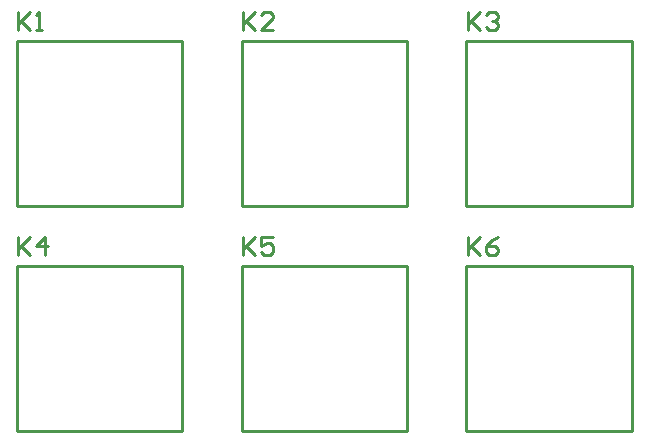
<source format=gbr>
%TF.GenerationSoftware,Altium Limited,Altium Designer,20.1.12 (249)*%
G04 Layer_Color=65535*
%FSLAX26Y26*%
%MOIN*%
%TF.SameCoordinates,4EBFCD2D-B14F-4313-BC4F-D652A0771492*%
%TF.FilePolarity,Positive*%
%TF.FileFunction,Legend,Top*%
%TF.Part,Single*%
G01*
G75*
%TA.AperFunction,NonConductor*%
%ADD18C,0.010000*%
D18*
X1364764Y809252D02*
Y1360433D01*
X813583D02*
X1364764D01*
X813583Y809252D02*
X1364764D01*
X813583D02*
Y1360433D01*
X615551Y60039D02*
Y611220D01*
X64370D02*
X615551D01*
X64370Y60039D02*
X615551D01*
X64370D02*
Y611220D01*
X2113976Y60039D02*
Y611220D01*
X1562795D02*
X2113976D01*
X1562795Y60039D02*
X2113976D01*
X1562795D02*
Y611220D01*
X1364764Y60039D02*
Y611220D01*
X813583D02*
X1364764D01*
X813583Y60039D02*
X1364764D01*
X813583D02*
Y611220D01*
X615551Y809252D02*
Y1360433D01*
X64370D02*
X615551D01*
X64370Y809252D02*
X615551D01*
X64370D02*
Y1360433D01*
X2113976Y809252D02*
Y1360433D01*
X1562795D02*
X2113976D01*
X1562795Y809252D02*
X2113976D01*
X1562795D02*
Y1360433D01*
X818945Y1455611D02*
Y1395630D01*
Y1415623D01*
X858932Y1455611D01*
X828942Y1425620D01*
X858932Y1395630D01*
X918913D02*
X878926D01*
X918913Y1435617D01*
Y1445614D01*
X908916Y1455611D01*
X888922D01*
X878926Y1445614D01*
X68945Y706611D02*
Y646630D01*
Y666623D01*
X108932Y706611D01*
X78942Y676620D01*
X108932Y646630D01*
X158916D02*
Y706611D01*
X128925Y676620D01*
X168913D01*
X1567945Y706611D02*
Y646630D01*
Y666623D01*
X1607932Y706611D01*
X1577942Y676620D01*
X1607932Y646630D01*
X1667913Y706611D02*
X1647919Y696614D01*
X1627926Y676620D01*
Y656627D01*
X1637922Y646630D01*
X1657916D01*
X1667913Y656627D01*
Y666623D01*
X1657916Y676620D01*
X1627926D01*
X818945Y706611D02*
Y646630D01*
Y666623D01*
X858932Y706611D01*
X828942Y676620D01*
X858932Y646630D01*
X918913Y706611D02*
X878926D01*
Y676620D01*
X898919Y686617D01*
X908916D01*
X918913Y676620D01*
Y656627D01*
X908916Y646630D01*
X888922D01*
X878926Y656627D01*
X68945Y1455611D02*
Y1395630D01*
Y1415623D01*
X108932Y1455611D01*
X78942Y1425620D01*
X108932Y1395630D01*
X128925D02*
X148919D01*
X138922D01*
Y1455611D01*
X128925Y1445614D01*
X1567945Y1455611D02*
Y1395630D01*
Y1415623D01*
X1607932Y1455611D01*
X1577942Y1425620D01*
X1607932Y1395630D01*
X1627926Y1445614D02*
X1637922Y1455611D01*
X1657916D01*
X1667913Y1445614D01*
Y1435617D01*
X1657916Y1425620D01*
X1647919D01*
X1657916D01*
X1667913Y1415623D01*
Y1405627D01*
X1657916Y1395630D01*
X1637922D01*
X1627926Y1405627D01*
%TF.MD5,93c806a498173b6cc8cc69922fa88513*%
M02*

</source>
